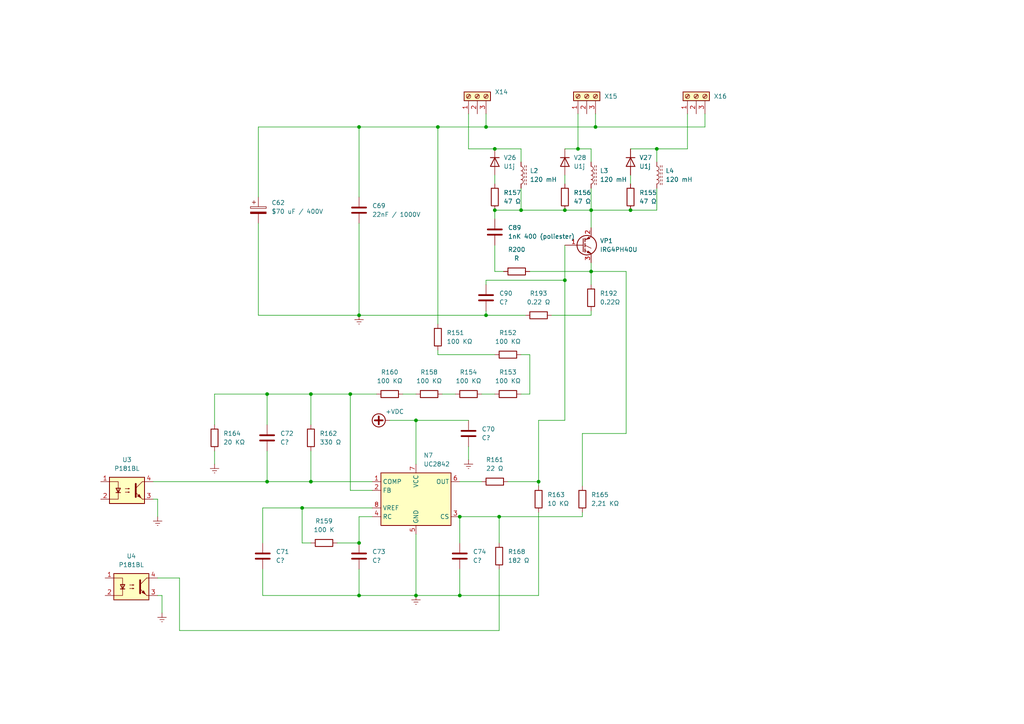
<source format=kicad_sch>
(kicad_sch (version 20230121) (generator eeschema)
  (paper "A4")
  (lib_symbols
    (symbol "Connector:Screw_Terminal_01x03" (pin_names (offset 1.016) hide)
      (property "Reference" "J" (at 0 5.08 0))
      (property "Value" "Screw_Terminal_01x03" (at 0 -5.08 0))
      (symbol "Screw_Terminal_01x03_1_1"
        (rectangle (start -1.27 3.81) (end 1.27 -3.81) (stroke (width 0.254)) (fill (type background)))
        (circle (center 0 -2.54) (radius 0.635) (stroke (width 0.1524)))
        (polyline (pts (xy -0.5334 -2.2098) (xy 0.3302 -3.048)) (stroke (width 0.1524)))
        (polyline (pts (xy -0.5334 0.3302) (xy 0.3302 -0.508)) (stroke (width 0.1524)))
        (polyline (pts (xy -0.5334 2.8702) (xy 0.3302 2.032)) (stroke (width 0.1524)))
        (polyline (pts (xy -0.3556 -2.032) (xy 0.508 -2.8702)) (stroke (width 0.1524)))
        (polyline (pts (xy -0.3556 0.508) (xy 0.508 -0.3302)) (stroke (width 0.1524)))
        (polyline (pts (xy -0.3556 3.048) (xy 0.508 2.2098)) (stroke (width 0.1524)))
        (circle (center 0 0) (radius 0.635) (stroke (width 0.1524)))
        (circle (center 0 2.54) (radius 0.635) (stroke (width 0.1524)))
        (pin passive line (at -5.08 2.54 0) (length 3.81) (name "Pin_1") (number "1"))
        (pin passive line (at -5.08 0 0) (length 3.81) (name "Pin_2") (number "2"))
        (pin passive line (at -5.08 -2.54 0) (length 3.81) (name "Pin_3") (number "3"))
      )
    )
    (symbol "Device:C" (pin_numbers hide) (pin_names (offset 0.254))
      (property "Reference" "C" (at 0.635 2.54 0))
      (property "Value" "C" (at 0.635 -2.54 0))
      (symbol "C_0_1"
        (polyline (pts (xy -2.032 -0.762) (xy 2.032 -0.762)) (stroke (width 0.508)))
        (polyline (pts (xy -2.032 0.762) (xy 2.032 0.762)) (stroke (width 0.508)))
      )
      (symbol "C_1_1"
        (pin passive line (at 0 3.81 270) (length 2.794) (name "~") (number "1"))
        (pin passive line (at 0 -3.81 90) (length 2.794) (name "~") (number "2"))
      )
    )
    (symbol "Device:C_Polarized" (pin_numbers hide) (pin_names (offset 0.254))
      (property "Reference" "C" (at 0.635 2.54 0))
      (property "Value" "C_Polarized" (at 0.635 -2.54 0))
      (symbol "C_Polarized_0_1"
        (rectangle (start -2.286 0.508) (end 2.286 1.016))
        (polyline (pts (xy -1.778 2.286) (xy -0.762 2.286)))
        (polyline (pts (xy -1.27 2.794) (xy -1.27 1.778)))
        (rectangle (start 2.286 -0.508) (end -2.286 -1.016) (fill (type outline)))
      )
      (symbol "C_Polarized_1_1"
        (pin passive line (at 0 3.81 270) (length 2.794) (name "~") (number "1"))
        (pin passive line (at 0 -3.81 90) (length 2.794) (name "~") (number "2"))
      )
    )
    (symbol "Device:L_Ferrite" (pin_numbers hide) (pin_names (offset 1.016) hide)
      (property "Reference" "L" (at -1.27 0 90))
      (property "Value" "L_Ferrite" (at 2.794 0 90))
      (symbol "L_Ferrite_0_1"
        (arc (start 0 -2.54) (mid 0.6323 -1.905) (end 0 -1.27))
        (arc (start 0 -1.27) (mid 0.6323 -0.635) (end 0 0))
        (polyline (pts (xy 1.016 -2.794) (xy 1.016 -2.286)))
        (polyline (pts (xy 1.016 -1.778) (xy 1.016 -1.27)))
        (polyline (pts (xy 1.016 -0.762) (xy 1.016 -0.254)))
        (polyline (pts (xy 1.016 0.254) (xy 1.016 0.762)))
        (polyline (pts (xy 1.016 1.27) (xy 1.016 1.778)))
        (polyline (pts (xy 1.016 2.286) (xy 1.016 2.794)))
        (polyline (pts (xy 1.524 -2.286) (xy 1.524 -2.794)))
        (polyline (pts (xy 1.524 -1.27) (xy 1.524 -1.778)))
        (polyline (pts (xy 1.524 -0.254) (xy 1.524 -0.762)))
        (polyline (pts (xy 1.524 0.762) (xy 1.524 0.254)))
        (polyline (pts (xy 1.524 1.778) (xy 1.524 1.27)))
        (polyline (pts (xy 1.524 2.794) (xy 1.524 2.286)))
        (arc (start 0 0) (mid 0.6323 0.635) (end 0 1.27))
        (arc (start 0 1.27) (mid 0.6323 1.905) (end 0 2.54))
      )
      (symbol "L_Ferrite_1_1"
        (pin passive line (at 0 3.81 270) (length 1.27) (name "1") (number "1"))
        (pin passive line (at 0 -3.81 90) (length 1.27) (name "2") (number "2"))
      )
    )
    (symbol "Device:R" (pin_numbers hide) (pin_names (offset 0))
      (property "Reference" "R" (at 2.032 0 90))
      (property "Value" "R" (at 0 0 90))
      (symbol "R_0_1"
        (rectangle (start -1.016 -2.54) (end 1.016 2.54) (stroke (width 0.254)))
      )
      (symbol "R_1_1"
        (pin passive line (at 0 3.81 270) (length 1.27) (name "~") (number "1"))
        (pin passive line (at 0 -3.81 90) (length 1.27) (name "~") (number "2"))
      )
    )
    (symbol "Diode:UF5400" (pin_numbers hide) (pin_names hide)
      (property "Reference" "D" (at 0 2.54 0))
      (property "Value" "UF5400" (at 0 -2.54 0))
      (symbol "UF5400_0_1"
        (polyline (pts (xy -1.27 1.27) (xy -1.27 -1.27)) (stroke (width 0.254)))
        (polyline (pts (xy 1.27 0) (xy -1.27 0)))
        (polyline (pts (xy 1.27 1.27) (xy 1.27 -1.27) (xy -1.27 0) (xy 1.27 1.27)) (stroke (width 0.254)))
      )
      (symbol "UF5400_1_1"
        (pin passive line (at -3.81 0 0) (length 2.54) (name "K") (number "1"))
        (pin passive line (at 3.81 0 180) (length 2.54) (name "A") (number "2"))
      )
    )
    (symbol "Isolator:FODM217A"
      (property "Reference" "U" (at -5.08 5.08 0))
      (property "Value" "FODM217A" (at 0 5.08 0))
      (symbol "FODM217A_0_1"
        (rectangle (start -5.08 3.81) (end 5.08 -3.81) (stroke (width 0.254)) (fill (type background)))
        (polyline (pts (xy -3.175 -0.635) (xy -1.905 -0.635)) (stroke (width 0.254)))
        (polyline (pts (xy 2.54 0.635) (xy 4.445 2.54)))
        (polyline (pts (xy 4.445 -2.54) (xy 2.54 -0.635)) (fill (type outline)))
        (polyline (pts (xy 4.445 -2.54) (xy 5.08 -2.54)))
        (polyline (pts (xy 4.445 2.54) (xy 5.08 2.54)))
        (polyline (pts (xy -5.08 2.54) (xy -2.54 2.54) (xy -2.54 -0.635)))
        (polyline (pts (xy -2.54 -0.635) (xy -2.54 -2.54) (xy -5.08 -2.54)))
        (polyline (pts (xy 2.54 1.905) (xy 2.54 -1.905) (xy 2.54 -1.905)) (stroke (width 0.508)))
        (polyline (pts (xy -2.54 -0.635) (xy -3.175 0.635) (xy -1.905 0.635) (xy -2.54 -0.635)) (stroke (width 0.254)))
        (polyline (pts (xy -0.508 -0.508) (xy 0.762 -0.508) (xy 0.381 -0.635) (xy 0.381 -0.381) (xy 0.762 -0.508)))
        (polyline (pts (xy -0.508 0.508) (xy 0.762 0.508) (xy 0.381 0.381) (xy 0.381 0.635) (xy 0.762 0.508)))
        (polyline (pts (xy 3.048 -1.651) (xy 3.556 -1.143) (xy 4.064 -2.159) (xy 3.048 -1.651) (xy 3.048 -1.651)) (fill (type outline)))
      )
      (symbol "FODM217A_1_1"
        (pin passive line (at -7.62 2.54 0) (length 2.54) (name "~") (number "1"))
        (pin passive line (at -7.62 -2.54 0) (length 2.54) (name "~") (number "2"))
        (pin passive line (at 7.62 -2.54 180) (length 2.54) (name "~") (number "3"))
        (pin passive line (at 7.62 2.54 180) (length 2.54) (name "~") (number "4"))
      )
    )
    (symbol "Regulator_Controller:UC3842_DIP8"
      (property "Reference" "U" (at 3.81 11.43 0))
      (property "Value" "UC3842_DIP8" (at 3.81 8.89 0))
      (symbol "UC3842_DIP8_0_1"
        (rectangle (start -10.16 -7.62) (end 10.16 7.62) (stroke (width 0.254)) (fill (type background)))
      )
      (symbol "UC3842_DIP8_1_1"
        (pin passive line (at -12.7 5.08 0) (length 2.54) (name "COMP") (number "1"))
        (pin input line (at -12.7 2.54 0) (length 2.54) (name "FB") (number "2"))
        (pin input line (at 12.7 -5.08 180) (length 2.54) (name "CS") (number "3"))
        (pin passive line (at -12.7 -5.08 0) (length 2.54) (name "RC") (number "4"))
        (pin power_in line (at 0 -10.16 90) (length 2.54) (name "GND") (number "5"))
        (pin output line (at 12.7 5.08 180) (length 2.54) (name "OUT") (number "6"))
        (pin power_in line (at 0 10.16 270) (length 2.54) (name "VCC") (number "7"))
        (pin power_out line (at -12.7 -2.54 0) (length 2.54) (name "VREF") (number "8"))
      )
    )
    (symbol "Transistor_IGBT:IRG4PF50W" (pin_names (offset 0) hide)
      (property "Reference" "Q" (at 5.08 1.905 0))
      (property "Value" "IRG4PF50W" (at 5.08 0 0))
      (symbol "IRG4PF50W_0_1"
        (polyline (pts (xy 0 0) (xy 0.254 0)))
        (polyline (pts (xy 0.762 -1.016) (xy 0.762 -2.032)) (stroke (width 0.254)))
        (polyline (pts (xy 0.762 0.508) (xy 0.762 -0.508)) (stroke (width 0.254)))
        (polyline (pts (xy 0.762 2.032) (xy 0.762 1.016)) (stroke (width 0.254)))
        (polyline (pts (xy 2.54 -2.413) (xy 0.762 -1.524)))
        (polyline (pts (xy 2.54 -0.889) (xy 0.762 0)))
        (polyline (pts (xy 2.54 2.413) (xy 0.762 1.524)))
        (polyline (pts (xy 0.254 1.905) (xy 0.254 -1.905) (xy 0.254 -1.905)) (stroke (width 0.254)))
        (polyline (pts (xy 1.397 -2.159) (xy 1.651 -1.651) (xy 2.54 -2.413) (xy 1.397 -2.159)) (fill (type outline)))
        (polyline (pts (xy 2.159 1.905) (xy 1.905 2.413) (xy 1.016 1.651) (xy 2.159 1.905)) (fill (type outline)))
        (circle (center 1.27 0) (radius 2.8194) (stroke (width 0.254)))
      )
      (symbol "IRG4PF50W_1_1"
        (pin input line (at -5.08 0 0) (length 5.08) (name "G") (number "1"))
        (pin passive line (at 2.54 5.08 270) (length 2.54) (name "C") (number "2"))
        (pin passive line (at 2.54 -5.08 90) (length 2.54) (name "E") (number "3"))
      )
    )
    (symbol "power:+VDC" (power) (pin_names (offset 0))
      (property "Value" "+VDC" (at 0 6.35 0))
      (symbol "+VDC_0_1"
        (polyline (pts (xy -1.143 3.175) (xy 1.143 3.175)) (stroke (width 0.508)))
        (polyline (pts (xy 0 0) (xy 0 1.27)))
        (polyline (pts (xy 0 2.032) (xy 0 4.318)) (stroke (width 0.508)))
        (circle (center 0 3.175) (radius 1.905) (stroke (width 0.254)))
      )
      (symbol "+VDC_1_1"
        (pin power_in line (at 0 0 90) (length 0) hide (name "+VDC") (number "1"))
      )
    )
    (symbol "power:Earth" (power) (pin_names (offset 0))
      (symbol "Earth_0_1"
        (polyline (pts (xy -0.635 -1.905) (xy 0.635 -1.905)))
        (polyline (pts (xy -0.127 -2.54) (xy 0.127 -2.54)))
        (polyline (pts (xy 0 -1.27) (xy 0 0)))
        (polyline (pts (xy 1.27 -1.27) (xy -1.27 -1.27)))
      )
      (symbol "Earth_1_1"
        (pin power_in line (at 0 0 270) (length 0) hide (name "Earth") (number "1"))
      )
    )
  )
  (junction (at 171.45 78.74))
  (junction (at 182.88 60.96))
  (junction (at 167.64 43.18))
  (junction (at 143.51 43.18))
  (junction (at 163.83 81.28))
  (junction (at 133.35 149.86))
  (junction (at 163.83 60.96))
  (junction (at 140.97 91.44))
  (junction (at 156.21 139.7))
  (junction (at 104.14 36.83))
  (junction (at 120.65 121.92))
  (junction (at 90.17 114.3))
  (junction (at 77.47 139.7))
  (junction (at 190.5 43.18))
  (junction (at 101.6 114.3))
  (junction (at 171.45 60.96))
  (junction (at 133.35 172.72))
  (junction (at 172.72 36.83))
  (junction (at 87.63 147.32))
  (junction (at 120.65 172.72))
  (junction (at 144.78 149.86))
  (junction (at 143.51 60.96))
  (junction (at 127 36.83))
  (junction (at 104.14 172.72))
  (junction (at 90.17 139.7))
  (junction (at 77.47 114.3))
  (junction (at 151.13 60.96))
  (junction (at 140.97 36.83))
  (junction (at 104.14 91.44))
  (junction (at 104.14 157.48))
  (wire (pts (xy 140.97 91.44) (xy 140.97 90.17)))
  (wire (pts (xy 190.5 60.96) (xy 190.5 54.61)))
  (wire (pts (xy 156.21 172.72) (xy 133.35 172.72)))
  (wire (pts (xy 140.97 81.28) (xy 163.83 81.28)))
  (wire (pts (xy 144.78 182.88) (xy 52.07 182.88)))
  (wire (pts (xy 182.88 50.8) (xy 182.88 53.34)))
  (wire (pts (xy 151.13 114.3) (xy 153.67 114.3)))
  (wire (pts (xy 74.93 64.77) (xy 74.93 91.44)))
  (wire (pts (xy 120.65 172.72) (xy 133.35 172.72)))
  (wire (pts (xy 171.45 76.2) (xy 171.45 78.74)))
  (wire (pts (xy 135.89 33.02) (xy 135.89 43.18)))
  (wire (pts (xy 171.45 54.61) (xy 171.45 60.96)))
  (wire (pts (xy 44.45 144.78) (xy 45.72 144.78)))
  (wire (pts (xy 171.45 43.18) (xy 171.45 46.99)))
  (wire (pts (xy 52.07 182.88) (xy 52.07 167.64)))
  (wire (pts (xy 113.03 121.92) (xy 120.65 121.92)))
  (wire (pts (xy 163.83 121.92) (xy 156.21 121.92)))
  (wire (pts (xy 143.51 60.96) (xy 151.13 60.96)))
  (wire (pts (xy 151.13 43.18) (xy 151.13 46.99)))
  (wire (pts (xy 182.88 43.18) (xy 190.5 43.18)))
  (wire (pts (xy 143.51 60.96) (xy 143.51 63.5)))
  (wire (pts (xy 156.21 139.7) (xy 156.21 140.97)))
  (wire (pts (xy 135.89 129.54) (xy 135.89 133.35)))
  (wire (pts (xy 168.91 148.59) (xy 168.91 149.86)))
  (wire (pts (xy 77.47 139.7) (xy 90.17 139.7)))
  (wire (pts (xy 87.63 157.48) (xy 90.17 157.48)))
  (wire (pts (xy 140.97 33.02) (xy 140.97 36.83)))
  (wire (pts (xy 104.14 149.86) (xy 104.14 157.48)))
  (wire (pts (xy 90.17 114.3) (xy 90.17 123.19)))
  (wire (pts (xy 133.35 149.86) (xy 144.78 149.86)))
  (wire (pts (xy 182.88 60.96) (xy 190.5 60.96)))
  (wire (pts (xy 90.17 130.81) (xy 90.17 139.7)))
  (wire (pts (xy 87.63 147.32) (xy 87.63 157.48)))
  (wire (pts (xy 76.2 165.1) (xy 76.2 172.72)))
  (wire (pts (xy 140.97 81.28) (xy 140.97 82.55)))
  (wire (pts (xy 45.72 172.72) (xy 46.99 172.72)))
  (wire (pts (xy 163.83 81.28) (xy 163.83 121.92)))
  (wire (pts (xy 153.67 78.74) (xy 171.45 78.74)))
  (wire (pts (xy 163.83 60.96) (xy 171.45 60.96)))
  (wire (pts (xy 104.14 172.72) (xy 120.65 172.72)))
  (wire (pts (xy 140.97 36.83) (xy 172.72 36.83)))
  (wire (pts (xy 74.93 91.44) (xy 104.14 91.44)))
  (wire (pts (xy 104.14 91.44) (xy 140.97 91.44)))
  (wire (pts (xy 168.91 125.73) (xy 168.91 140.97)))
  (wire (pts (xy 143.51 43.18) (xy 151.13 43.18)))
  (wire (pts (xy 172.72 33.02) (xy 172.72 36.83)))
  (wire (pts (xy 168.91 125.73) (xy 181.61 125.73)))
  (wire (pts (xy 77.47 114.3) (xy 90.17 114.3)))
  (wire (pts (xy 44.45 139.7) (xy 77.47 139.7)))
  (wire (pts (xy 74.93 57.15) (xy 74.93 36.83)))
  (wire (pts (xy 127 102.87) (xy 143.51 102.87)))
  (wire (pts (xy 104.14 64.77) (xy 104.14 91.44)))
  (wire (pts (xy 107.95 149.86) (xy 104.14 149.86)))
  (wire (pts (xy 153.67 102.87) (xy 153.67 114.3)))
  (wire (pts (xy 147.32 139.7) (xy 156.21 139.7)))
  (wire (pts (xy 163.83 71.12) (xy 163.83 81.28)))
  (wire (pts (xy 87.63 147.32) (xy 107.95 147.32)))
  (wire (pts (xy 77.47 130.81) (xy 77.47 139.7)))
  (wire (pts (xy 181.61 78.74) (xy 181.61 125.73)))
  (wire (pts (xy 199.39 33.02) (xy 199.39 43.18)))
  (wire (pts (xy 76.2 147.32) (xy 87.63 147.32)))
  (wire (pts (xy 101.6 114.3) (xy 109.22 114.3)))
  (wire (pts (xy 144.78 165.1) (xy 144.78 182.88)))
  (wire (pts (xy 120.65 121.92) (xy 135.89 121.92)))
  (wire (pts (xy 135.89 43.18) (xy 143.51 43.18)))
  (wire (pts (xy 133.35 139.7) (xy 139.7 139.7)))
  (wire (pts (xy 127 36.83) (xy 127 93.98)))
  (wire (pts (xy 116.84 114.3) (xy 120.65 114.3)))
  (wire (pts (xy 156.21 148.59) (xy 156.21 172.72)))
  (wire (pts (xy 120.65 154.94) (xy 120.65 172.72)))
  (wire (pts (xy 52.07 167.64) (xy 45.72 167.64)))
  (wire (pts (xy 167.64 43.18) (xy 163.83 43.18)))
  (wire (pts (xy 46.99 172.72) (xy 46.99 177.8)))
  (wire (pts (xy 74.93 36.83) (xy 104.14 36.83)))
  (wire (pts (xy 62.23 130.81) (xy 62.23 134.62)))
  (wire (pts (xy 139.7 114.3) (xy 143.51 114.3)))
  (wire (pts (xy 167.64 33.02) (xy 167.64 43.18)))
  (wire (pts (xy 171.45 78.74) (xy 171.45 82.55)))
  (wire (pts (xy 151.13 60.96) (xy 151.13 54.61)))
  (wire (pts (xy 62.23 114.3) (xy 62.23 123.19)))
  (wire (pts (xy 151.13 102.87) (xy 153.67 102.87)))
  (wire (pts (xy 144.78 149.86) (xy 144.78 157.48)))
  (wire (pts (xy 163.83 50.8) (xy 163.83 53.34)))
  (wire (pts (xy 140.97 91.44) (xy 152.4 91.44)))
  (wire (pts (xy 146.05 78.74) (xy 143.51 78.74)))
  (wire (pts (xy 45.72 144.78) (xy 45.72 149.86)))
  (wire (pts (xy 172.72 36.83) (xy 204.47 36.83)))
  (wire (pts (xy 97.79 157.48) (xy 104.14 157.48)))
  (wire (pts (xy 76.2 147.32) (xy 76.2 157.48)))
  (wire (pts (xy 167.64 43.18) (xy 171.45 43.18)))
  (wire (pts (xy 133.35 149.86) (xy 133.35 157.48)))
  (wire (pts (xy 181.61 78.74) (xy 171.45 78.74)))
  (wire (pts (xy 143.51 50.8) (xy 143.51 53.34)))
  (wire (pts (xy 127 101.6) (xy 127 102.87)))
  (wire (pts (xy 133.35 165.1) (xy 133.35 172.72)))
  (wire (pts (xy 171.45 91.44) (xy 171.45 90.17)))
  (wire (pts (xy 190.5 43.18) (xy 190.5 46.99)))
  (wire (pts (xy 76.2 172.72) (xy 104.14 172.72)))
  (wire (pts (xy 171.45 60.96) (xy 182.88 60.96)))
  (wire (pts (xy 127 36.83) (xy 140.97 36.83)))
  (wire (pts (xy 101.6 142.24) (xy 101.6 114.3)))
  (wire (pts (xy 143.51 71.12) (xy 143.51 78.74)))
  (wire (pts (xy 171.45 60.96) (xy 171.45 66.04)))
  (wire (pts (xy 156.21 139.7) (xy 156.21 121.92)))
  (wire (pts (xy 144.78 149.86) (xy 168.91 149.86)))
  (wire (pts (xy 120.65 121.92) (xy 120.65 134.62)))
  (wire (pts (xy 160.02 91.44) (xy 171.45 91.44)))
  (wire (pts (xy 77.47 114.3) (xy 77.47 123.19)))
  (wire (pts (xy 90.17 139.7) (xy 107.95 139.7)))
  (wire (pts (xy 107.95 142.24) (xy 101.6 142.24)))
  (wire (pts (xy 204.47 36.83) (xy 204.47 33.02)))
  (wire (pts (xy 62.23 114.3) (xy 77.47 114.3)))
  (wire (pts (xy 104.14 165.1) (xy 104.14 172.72)))
  (wire (pts (xy 199.39 43.18) (xy 190.5 43.18)))
  (wire (pts (xy 104.14 57.15) (xy 104.14 36.83)))
  (wire (pts (xy 151.13 60.96) (xy 163.83 60.96)))
  (wire (pts (xy 128.27 114.3) (xy 132.08 114.3)))
  (wire (pts (xy 90.17 114.3) (xy 101.6 114.3)))
  (wire (pts (xy 104.14 36.83) (xy 127 36.83)))
  (symbol (lib_id "Device:C") (at 143.51 67.31 0) (unit 1)
    (property "Reference" "C89" (at 147.32 66.04 0) (effects (justify left)))
    (property "Value" "1nK 400 (poliester)" (at 147.32 68.58 0) (effects (justify left)))
  )
  (symbol (lib_id "power:+VDC") (at 113.03 121.92 90) (unit 1)
    (property "Reference" "#PWR04" (effects hide))
    (property "Value" "+VDC" (at 111.76 119.38 90) (effects (justify right)))
  )
  (symbol (lib_id "Device:C_Polarized") (at 74.93 60.96 0) (unit 1)
    (property "Reference" "C62" (at 78.74 58.801 0) (effects (justify left)))
    (property "Value" "$70 uF / 400V" (at 78.74 61.341 0) (effects (justify left)))
  )
  (symbol (lib_id "power:Earth") (at 120.65 172.72 0) (unit 1)
    (property "Reference" "#PWR02" (effects hide))
    (property "Value" "Earth" (effects hide))
  )
  (symbol (lib_id "Device:C") (at 77.47 127 0) (unit 1)
    (property "Reference" "C72" (at 81.28 125.73 0) (effects (justify left)))
    (property "Value" "C?" (at 81.28 128.27 0) (effects (justify left)))
  )
  (symbol (lib_id "Device:R") (at 124.46 114.3 270) (unit 1)
    (property "Reference" "R158" (at 124.46 107.95 90))
    (property "Value" "100 KΩ" (at 124.46 110.49 90))
  )
  (symbol (lib_id "Device:R") (at 143.51 139.7 90) (unit 1)
    (property "Reference" "R161" (at 143.51 133.35 90))
    (property "Value" "22 Ω" (at 143.51 135.89 90))
  )
  (symbol (lib_id "Connector:Screw_Terminal_01x03") (at 201.93 27.94 90) (unit 1)
    (property "Reference" "X16" (at 207.01 27.94 90) (effects (justify right)))
    (property "Value" "Screw_Terminal_01x03" (effects hide))
    (property "Footprint" "TerminalBlock:TerminalBlock_bornier-3_P5.08mm" (effects hide))
  )
  (symbol (lib_id "Connector:Screw_Terminal_01x03") (at 138.43 27.94 90) (unit 1)
    (property "Reference" "X14" (at 143.51 26.67 90) (effects (justify right)))
    (property "Value" "Screw_Terminal_01x03" (effects hide))
    (property "Footprint" "TerminalBlock:TerminalBlock_bornier-3_P5.08mm" (effects hide))
  )
  (symbol (lib_id "Device:R") (at 113.03 114.3 270) (unit 1)
    (property "Reference" "R160" (at 113.03 107.95 90))
    (property "Value" "100 KΩ" (at 113.03 110.49 90))
  )
  (symbol (lib_id "Device:R") (at 93.98 157.48 90) (unit 1)
    (property "Reference" "R159" (at 93.98 151.13 90))
    (property "Value" "100 K" (at 93.98 153.67 90))
  )
  (symbol (lib_id "Device:R") (at 62.23 127 0) (unit 1)
    (property "Reference" "R164" (at 64.77 125.73 0) (effects (justify left)))
    (property "Value" "20 KΩ" (at 64.77 128.27 0) (effects (justify left)))
  )
  (symbol (lib_id "Device:R") (at 156.21 91.44 270) (unit 1)
    (property "Reference" "R193" (at 156.21 85.09 90))
    (property "Value" "0.22 Ω" (at 156.21 87.63 90))
  )
  (symbol (lib_id "Device:R") (at 143.51 57.15 0) (unit 1)
    (property "Reference" "R157" (at 146.05 55.88 0) (effects (justify left)))
    (property "Value" "47 Ω" (at 146.05 58.42 0) (effects (justify left)))
  )
  (symbol (lib_id "power:Earth") (at 62.23 134.62 0) (unit 1)
    (property "Reference" "#PWR03" (effects hide))
    (property "Value" "Earth" (effects hide))
  )
  (symbol (lib_id "Device:R") (at 149.86 78.74 90) (unit 1)
    (property "Reference" "R200" (at 149.86 72.39 90))
    (property "Value" "R" (at 149.86 74.93 90))
  )
  (symbol (lib_id "Device:R") (at 182.88 57.15 0) (unit 1)
    (property "Reference" "R155" (at 185.42 55.88 0) (effects (justify left)))
    (property "Value" "47 Ω" (at 185.42 58.42 0) (effects (justify left)))
  )
  (symbol (lib_id "Device:R") (at 127 97.79 0) (unit 1)
    (property "Reference" "R151" (at 129.54 96.52 0) (effects (justify left)))
    (property "Value" "100 KΩ" (at 129.54 99.06 0) (effects (justify left)))
  )
  (symbol (lib_id "power:Earth") (at 45.72 149.86 0) (unit 1)
    (property "Reference" "#PWR07" (effects hide))
    (property "Value" "Earth" (effects hide))
  )
  (symbol (lib_id "Device:C") (at 104.14 161.29 0) (unit 1)
    (property "Reference" "C73" (at 107.95 160.02 0) (effects (justify left)))
    (property "Value" "C?" (at 107.95 162.56 0) (effects (justify left)))
  )
  (symbol (lib_id "power:Earth") (at 46.99 177.8 0) (unit 1)
    (property "Reference" "#PWR05" (effects hide))
    (property "Value" "Earth" (effects hide))
  )
  (symbol (lib_id "Transistor_IGBT:IRG4PF50W") (at 168.91 71.12 0) (unit 1)
    (property "Reference" "VP1" (at 173.99 69.85 0) (effects (justify left)))
    (property "Value" "IRG4PH40U" (at 173.99 72.39 0) (effects (justify left)))
    (property "Footprint" "Package_TO_SOT_THT:TO-247-3_Vertical" (effects hide))
    (property "Datasheet" "http://www.irf.com/product-info/datasheets/data/irg4pf50w.pdf" (effects hide))
  )
  (symbol (lib_id "Isolator:FODM217A") (at 36.83 142.24 0) (unit 1)
    (property "Reference" "U3" (at 36.83 133.35 0))
    (property "Value" "P181BL" (at 36.83 135.89 0))
    (property "Footprint" "Package_SO:SOP-4_4.4x2.6mm_P1.27mm" (effects hide))
    (property "Datasheet" "https://www.onsemi.com/pub/Collateral/FODM214-D.PDF" (effects hide))
  )
  (symbol (lib_id "power:Earth") (at 104.14 91.44 0) (unit 1)
    (property "Reference" "#PWR01" (effects hide))
    (property "Value" "Earth" (effects hide))
  )
  (symbol (lib_id "Diode:UF5400") (at 163.83 46.99 270) (unit 1)
    (property "Reference" "V28" (at 166.37 45.72 90) (effects (justify left)))
    (property "Value" "U1j" (at 166.37 48.26 90) (effects (justify left)))
    (property "Footprint" "Diode_THT:D_DO-201AD_P15.24mm_Horizontal" (effects hide))
    (property "Datasheet" "http://www.vishay.com/docs/88756/uf5400.pdf" (effects hide))
    (property "Sim.Device" "D" (effects hide))
    (property "Sim.Pins" "1=K 2=A" (effects hide))
  )
  (symbol (lib_id "Device:R") (at 163.83 57.15 0) (unit 1)
    (property "Reference" "R156" (at 166.37 55.88 0) (effects (justify left)))
    (property "Value" "47 Ω" (at 166.37 58.42 0) (effects (justify left)))
  )
  (symbol (lib_id "Device:R") (at 156.21 144.78 0) (unit 1)
    (property "Reference" "R163" (at 158.75 143.51 0) (effects (justify left)))
    (property "Value" "10 KΩ" (at 158.75 146.05 0) (effects (justify left)))
  )
  (symbol (lib_id "Device:C") (at 135.89 125.73 0) (unit 1)
    (property "Reference" "C70" (at 139.7 124.46 0) (effects (justify left)))
    (property "Value" "C?" (at 139.7 127 0) (effects (justify left)))
  )
  (symbol (lib_id "Device:L_Ferrite") (at 151.13 50.8 0) (unit 1)
    (property "Reference" "L2" (at 153.67 49.53 0) (effects (justify left)))
    (property "Value" "120 mH" (at 153.67 52.07 0) (effects (justify left)))
  )
  (symbol (lib_id "Device:R") (at 168.91 144.78 0) (unit 1)
    (property "Reference" "R165" (at 171.45 143.51 0) (effects (justify left)))
    (property "Value" "2,21 KΩ" (at 171.45 146.05 0) (effects (justify left)))
  )
  (symbol (lib_id "Device:L_Ferrite") (at 171.45 50.8 0) (unit 1)
    (property "Reference" "L3" (at 173.99 49.53 0) (effects (justify left)))
    (property "Value" "120 mH" (at 173.99 52.07 0) (effects (justify left)))
  )
  (symbol (lib_id "power:Earth") (at 135.89 133.35 0) (unit 1)
    (property "Reference" "#PWR06" (effects hide))
    (property "Value" "Earth" (effects hide))
  )
  (symbol (lib_id "Diode:UF5400") (at 182.88 46.99 270) (unit 1)
    (property "Reference" "V27" (at 185.42 45.72 90) (effects (justify left)))
    (property "Value" "U1j" (at 185.42 48.26 90) (effects (justify left)))
    (property "Footprint" "Diode_THT:D_DO-201AD_P15.24mm_Horizontal" (effects hide))
    (property "Datasheet" "http://www.vishay.com/docs/88756/uf5400.pdf" (effects hide))
    (property "Sim.Device" "D" (effects hide))
    (property "Sim.Pins" "1=K 2=A" (effects hide))
  )
  (symbol (lib_id "Device:C") (at 76.2 161.29 0) (unit 1)
    (property "Reference" "C71" (at 80.01 160.02 0) (effects (justify left)))
    (property "Value" "C?" (at 80.01 162.56 0) (effects (justify left)))
  )
  (symbol (lib_id "Device:C") (at 140.97 86.36 0) (unit 1)
    (property "Reference" "C90" (at 144.78 85.09 0) (effects (justify left)))
    (property "Value" "C?" (at 144.78 87.63 0) (effects (justify left)))
  )
  (symbol (lib_id "Isolator:FODM217A") (at 38.1 170.18 0) (unit 1)
    (property "Reference" "U4" (at 38.1 161.29 0))
    (property "Value" "P181BL" (at 38.1 163.83 0))
    (property "Footprint" "Package_SO:SOP-4_4.4x2.6mm_P1.27mm" (effects hide))
    (property "Datasheet" "https://www.onsemi.com/pub/Collateral/FODM214-D.PDF" (effects hide))
  )
  (symbol (lib_id "Device:R") (at 147.32 102.87 90) (unit 1)
    (property "Reference" "R152" (at 147.32 96.52 90))
    (property "Value" "100 KΩ" (at 147.32 99.06 90))
  )
  (symbol (lib_id "Diode:UF5400") (at 143.51 46.99 270) (unit 1)
    (property "Reference" "V26" (at 146.05 45.72 90) (effects (justify left)))
    (property "Value" "U1j" (at 146.05 48.26 90) (effects (justify left)))
    (property "Footprint" "Diode_THT:D_DO-201AD_P15.24mm_Horizontal" (effects hide))
    (property "Datasheet" "http://www.vishay.com/docs/88756/uf5400.pdf" (effects hide))
    (property "Sim.Device" "D" (effects hide))
    (property "Sim.Pins" "1=K 2=A" (effects hide))
  )
  (symbol (lib_id "Device:R") (at 147.32 114.3 270) (unit 1)
    (property "Reference" "R153" (at 147.32 107.95 90))
    (property "Value" "100 KΩ" (at 147.32 110.49 90))
  )
  (symbol (lib_id "Device:R") (at 90.17 127 0) (unit 1)
    (property "Reference" "R162" (at 92.71 125.73 0) (effects (justify left)))
    (property "Value" "330 Ω" (at 92.71 128.27 0) (effects (justify left)))
  )
  (symbol (lib_id "Device:C") (at 104.14 60.96 0) (unit 1)
    (property "Reference" "C69" (at 107.95 59.69 0) (effects (justify left)))
    (property "Value" "22nF / 1000V" (at 107.95 62.23 0) (effects (justify left)))
  )
  (symbol (lib_id "Device:R") (at 135.89 114.3 270) (unit 1)
    (property "Reference" "R154" (at 135.89 107.95 90))
    (property "Value" "100 KΩ" (at 135.89 110.49 90))
  )
  (symbol (lib_id "Regulator_Controller:UC3842_DIP8") (at 120.65 144.78 0) (unit 1)
    (property "Reference" "N7" (at 122.8441 132.08 0) (effects (justify left)))
    (property "Value" "UC2842" (at 122.8441 134.62 0) (effects (justify left)))
    (property "Footprint" "Package_DIP:DIP-8_W7.62mm" (effects hide))
    (property "Datasheet" "http://www.ti.com/lit/ds/symlink/uc3842.pdf" (effects hide))
  )
  (symbol (lib_id "Device:C") (at 133.35 161.29 0) (unit 1)
    (property "Reference" "C74" (at 137.16 160.02 0) (effects (justify left)))
    (property "Value" "C?" (at 137.16 162.56 0) (effects (justify left)))
  )
  (symbol (lib_id "Device:L_Ferrite") (at 190.5 50.8 0) (unit 1)
    (property "Reference" "L4" (at 193.04 49.53 0) (effects (justify left)))
    (property "Value" "120 mH" (at 193.04 52.07 0) (effects (justify left)))
  )
  (symbol (lib_id "Connector:Screw_Terminal_01x03") (at 170.18 27.94 90) (unit 1)
    (property "Reference" "X15" (at 175.26 27.94 90) (effects (justify right)))
    (property "Value" "Screw_Terminal_01x03" (effects hide))
    (property "Footprint" "TerminalBlock:TerminalBlock_bornier-3_P5.08mm" (effects hide))
  )
  (symbol (lib_id "Device:R") (at 171.45 86.36 0) (unit 1)
    (property "Reference" "R192" (at 173.99 85.09 0) (effects (justify left)))
    (property "Value" "0.22Ω" (at 173.99 87.63 0) (effects (justify left)))
  )
  (symbol (lib_id "Device:R") (at 144.78 161.29 180) (unit 1)
    (property "Reference" "R168" (at 147.32 160.02 0) (effects (justify right)))
    (property "Value" "182 Ω" (at 147.32 162.56 0) (effects (justify right)))
  )
)
</source>
